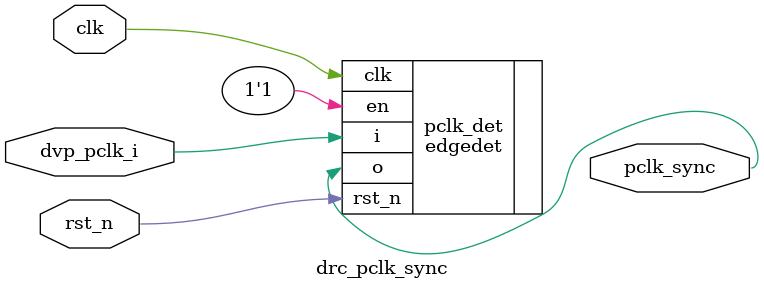
<source format=v>
module drc_pclk_sync (
    // Input declaration
    // -- Global
    input   clk,
    input   rst_n,
    // -- DVP Camera interface
    input   dvp_pclk_i,
    // Output declaration
    // -- Pixel FIFO
    output  pclk_sync
);
    // Internal module
    edgedet #(
        .RISING_EDGE(1'b1) // Rising
    ) pclk_det (
        .clk    (clk),
        .rst_n  (rst_n),
        .en     (1'b1),
        .i      (dvp_pclk_i),
        .o      (pclk_sync)
    );
endmodule

</source>
